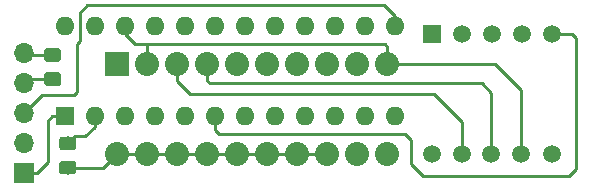
<source format=gbl>
G04 #@! TF.GenerationSoftware,KiCad,Pcbnew,5.0.2+dfsg1-1*
G04 #@! TF.CreationDate,2019-11-26T12:37:51+03:00*
G04 #@! TF.ProjectId,disp,64697370-2e6b-4696-9361-645f70636258,rev?*
G04 #@! TF.SameCoordinates,Original*
G04 #@! TF.FileFunction,Copper,L2,Bot*
G04 #@! TF.FilePolarity,Positive*
%FSLAX46Y46*%
G04 Gerber Fmt 4.6, Leading zero omitted, Abs format (unit mm)*
G04 Created by KiCad (PCBNEW 5.0.2+dfsg1-1) date Вт 26 ноя 2019 12:37:51*
%MOMM*%
%LPD*%
G01*
G04 APERTURE LIST*
G04 #@! TA.AperFunction,ComponentPad*
%ADD10R,1.700000X1.700000*%
G04 #@! TD*
G04 #@! TA.AperFunction,ComponentPad*
%ADD11O,1.700000X1.700000*%
G04 #@! TD*
G04 #@! TA.AperFunction,ComponentPad*
%ADD12R,2.032000X2.032000*%
G04 #@! TD*
G04 #@! TA.AperFunction,ComponentPad*
%ADD13C,2.032000*%
G04 #@! TD*
G04 #@! TA.AperFunction,Conductor*
%ADD14C,0.100000*%
G04 #@! TD*
G04 #@! TA.AperFunction,SMDPad,CuDef*
%ADD15C,1.150000*%
G04 #@! TD*
G04 #@! TA.AperFunction,ComponentPad*
%ADD16R,1.600000X1.600000*%
G04 #@! TD*
G04 #@! TA.AperFunction,ComponentPad*
%ADD17O,1.600000X1.600000*%
G04 #@! TD*
G04 #@! TA.AperFunction,ComponentPad*
%ADD18R,1.500000X1.500000*%
G04 #@! TD*
G04 #@! TA.AperFunction,ComponentPad*
%ADD19C,1.500000*%
G04 #@! TD*
G04 #@! TA.AperFunction,Conductor*
%ADD20C,0.250000*%
G04 #@! TD*
G04 APERTURE END LIST*
D10*
G04 #@! TO.P,J1,1*
G04 #@! TO.N,Net-(J1-Pad1)*
X125476000Y-82296000D03*
D11*
G04 #@! TO.P,J1,2*
G04 #@! TO.N,Net-(J1-Pad2)*
X125476000Y-79756000D03*
G04 #@! TO.P,J1,3*
G04 #@! TO.N,Net-(J1-Pad3)*
X125476000Y-77216000D03*
G04 #@! TO.P,J1,4*
G04 #@! TO.N,Net-(C1-Pad1)*
X125476000Y-74676000D03*
G04 #@! TO.P,J1,5*
G04 #@! TO.N,Net-(C1-Pad2)*
X125476000Y-72136000D03*
G04 #@! TD*
D12*
G04 #@! TO.P,BAR1,1*
G04 #@! TO.N,Net-(BAR1-Pad1)*
X133350000Y-73025000D03*
D13*
G04 #@! TO.P,BAR1,2*
G04 #@! TO.N,Net-(BAR1-Pad10)*
X135890000Y-73025000D03*
G04 #@! TO.P,BAR1,3*
G04 #@! TO.N,Net-(BAR1-Pad3)*
X138430000Y-73025000D03*
G04 #@! TO.P,BAR1,4*
G04 #@! TO.N,Net-(BAR1-Pad4)*
X140970000Y-73025000D03*
G04 #@! TO.P,BAR1,13*
G04 #@! TO.N,Net-(BAR1-Pad13)*
X151130000Y-80645000D03*
G04 #@! TO.P,BAR1,14*
X148590000Y-80645000D03*
G04 #@! TO.P,BAR1,15*
X146050000Y-80645000D03*
G04 #@! TO.P,BAR1,16*
X143510000Y-80645000D03*
G04 #@! TO.P,BAR1,5*
G04 #@! TO.N,Net-(BAR1-Pad5)*
X143510000Y-73025000D03*
G04 #@! TO.P,BAR1,6*
G04 #@! TO.N,Net-(BAR1-Pad6)*
X146050000Y-73025000D03*
G04 #@! TO.P,BAR1,7*
G04 #@! TO.N,Net-(BAR1-Pad7)*
X148590000Y-73025000D03*
G04 #@! TO.P,BAR1,8*
G04 #@! TO.N,Net-(BAR1-Pad8)*
X151130000Y-73025000D03*
G04 #@! TO.P,BAR1,12*
G04 #@! TO.N,Net-(BAR1-Pad11)*
X153670000Y-80645000D03*
G04 #@! TO.P,BAR1,11*
X156210000Y-80645000D03*
G04 #@! TO.P,BAR1,10*
G04 #@! TO.N,Net-(BAR1-Pad10)*
X156210000Y-73025000D03*
G04 #@! TO.P,BAR1,9*
G04 #@! TO.N,Net-(BAR1-Pad1)*
X153670000Y-73025000D03*
G04 #@! TO.P,BAR1,17*
G04 #@! TO.N,Net-(BAR1-Pad13)*
X140970000Y-80645000D03*
G04 #@! TO.P,BAR1,18*
X138430000Y-80645000D03*
G04 #@! TO.P,BAR1,19*
X135890000Y-80645000D03*
G04 #@! TO.P,BAR1,20*
X133350000Y-80645000D03*
G04 #@! TD*
D14*
G04 #@! TO.N,Net-(C1-Pad1)*
G04 #@! TO.C,C1*
G36*
X128363505Y-73730204D02*
X128387773Y-73733804D01*
X128411572Y-73739765D01*
X128434671Y-73748030D01*
X128456850Y-73758520D01*
X128477893Y-73771132D01*
X128497599Y-73785747D01*
X128515777Y-73802223D01*
X128532253Y-73820401D01*
X128546868Y-73840107D01*
X128559480Y-73861150D01*
X128569970Y-73883329D01*
X128578235Y-73906428D01*
X128584196Y-73930227D01*
X128587796Y-73954495D01*
X128589000Y-73978999D01*
X128589000Y-74629001D01*
X128587796Y-74653505D01*
X128584196Y-74677773D01*
X128578235Y-74701572D01*
X128569970Y-74724671D01*
X128559480Y-74746850D01*
X128546868Y-74767893D01*
X128532253Y-74787599D01*
X128515777Y-74805777D01*
X128497599Y-74822253D01*
X128477893Y-74836868D01*
X128456850Y-74849480D01*
X128434671Y-74859970D01*
X128411572Y-74868235D01*
X128387773Y-74874196D01*
X128363505Y-74877796D01*
X128339001Y-74879000D01*
X127438999Y-74879000D01*
X127414495Y-74877796D01*
X127390227Y-74874196D01*
X127366428Y-74868235D01*
X127343329Y-74859970D01*
X127321150Y-74849480D01*
X127300107Y-74836868D01*
X127280401Y-74822253D01*
X127262223Y-74805777D01*
X127245747Y-74787599D01*
X127231132Y-74767893D01*
X127218520Y-74746850D01*
X127208030Y-74724671D01*
X127199765Y-74701572D01*
X127193804Y-74677773D01*
X127190204Y-74653505D01*
X127189000Y-74629001D01*
X127189000Y-73978999D01*
X127190204Y-73954495D01*
X127193804Y-73930227D01*
X127199765Y-73906428D01*
X127208030Y-73883329D01*
X127218520Y-73861150D01*
X127231132Y-73840107D01*
X127245747Y-73820401D01*
X127262223Y-73802223D01*
X127280401Y-73785747D01*
X127300107Y-73771132D01*
X127321150Y-73758520D01*
X127343329Y-73748030D01*
X127366428Y-73739765D01*
X127390227Y-73733804D01*
X127414495Y-73730204D01*
X127438999Y-73729000D01*
X128339001Y-73729000D01*
X128363505Y-73730204D01*
X128363505Y-73730204D01*
G37*
D15*
G04 #@! TD*
G04 #@! TO.P,C1,1*
G04 #@! TO.N,Net-(C1-Pad1)*
X127889000Y-74304000D03*
D14*
G04 #@! TO.N,Net-(C1-Pad2)*
G04 #@! TO.C,C1*
G36*
X128363505Y-71680204D02*
X128387773Y-71683804D01*
X128411572Y-71689765D01*
X128434671Y-71698030D01*
X128456850Y-71708520D01*
X128477893Y-71721132D01*
X128497599Y-71735747D01*
X128515777Y-71752223D01*
X128532253Y-71770401D01*
X128546868Y-71790107D01*
X128559480Y-71811150D01*
X128569970Y-71833329D01*
X128578235Y-71856428D01*
X128584196Y-71880227D01*
X128587796Y-71904495D01*
X128589000Y-71928999D01*
X128589000Y-72579001D01*
X128587796Y-72603505D01*
X128584196Y-72627773D01*
X128578235Y-72651572D01*
X128569970Y-72674671D01*
X128559480Y-72696850D01*
X128546868Y-72717893D01*
X128532253Y-72737599D01*
X128515777Y-72755777D01*
X128497599Y-72772253D01*
X128477893Y-72786868D01*
X128456850Y-72799480D01*
X128434671Y-72809970D01*
X128411572Y-72818235D01*
X128387773Y-72824196D01*
X128363505Y-72827796D01*
X128339001Y-72829000D01*
X127438999Y-72829000D01*
X127414495Y-72827796D01*
X127390227Y-72824196D01*
X127366428Y-72818235D01*
X127343329Y-72809970D01*
X127321150Y-72799480D01*
X127300107Y-72786868D01*
X127280401Y-72772253D01*
X127262223Y-72755777D01*
X127245747Y-72737599D01*
X127231132Y-72717893D01*
X127218520Y-72696850D01*
X127208030Y-72674671D01*
X127199765Y-72651572D01*
X127193804Y-72627773D01*
X127190204Y-72603505D01*
X127189000Y-72579001D01*
X127189000Y-71928999D01*
X127190204Y-71904495D01*
X127193804Y-71880227D01*
X127199765Y-71856428D01*
X127208030Y-71833329D01*
X127218520Y-71811150D01*
X127231132Y-71790107D01*
X127245747Y-71770401D01*
X127262223Y-71752223D01*
X127280401Y-71735747D01*
X127300107Y-71721132D01*
X127321150Y-71708520D01*
X127343329Y-71698030D01*
X127366428Y-71689765D01*
X127390227Y-71683804D01*
X127414495Y-71680204D01*
X127438999Y-71679000D01*
X128339001Y-71679000D01*
X128363505Y-71680204D01*
X128363505Y-71680204D01*
G37*
D15*
G04 #@! TD*
G04 #@! TO.P,C1,2*
G04 #@! TO.N,Net-(C1-Pad2)*
X127889000Y-72254000D03*
D14*
G04 #@! TO.N,Net-(R1-Pad2)*
G04 #@! TO.C,R1*
G36*
X129633505Y-79182204D02*
X129657773Y-79185804D01*
X129681572Y-79191765D01*
X129704671Y-79200030D01*
X129726850Y-79210520D01*
X129747893Y-79223132D01*
X129767599Y-79237747D01*
X129785777Y-79254223D01*
X129802253Y-79272401D01*
X129816868Y-79292107D01*
X129829480Y-79313150D01*
X129839970Y-79335329D01*
X129848235Y-79358428D01*
X129854196Y-79382227D01*
X129857796Y-79406495D01*
X129859000Y-79430999D01*
X129859000Y-80081001D01*
X129857796Y-80105505D01*
X129854196Y-80129773D01*
X129848235Y-80153572D01*
X129839970Y-80176671D01*
X129829480Y-80198850D01*
X129816868Y-80219893D01*
X129802253Y-80239599D01*
X129785777Y-80257777D01*
X129767599Y-80274253D01*
X129747893Y-80288868D01*
X129726850Y-80301480D01*
X129704671Y-80311970D01*
X129681572Y-80320235D01*
X129657773Y-80326196D01*
X129633505Y-80329796D01*
X129609001Y-80331000D01*
X128708999Y-80331000D01*
X128684495Y-80329796D01*
X128660227Y-80326196D01*
X128636428Y-80320235D01*
X128613329Y-80311970D01*
X128591150Y-80301480D01*
X128570107Y-80288868D01*
X128550401Y-80274253D01*
X128532223Y-80257777D01*
X128515747Y-80239599D01*
X128501132Y-80219893D01*
X128488520Y-80198850D01*
X128478030Y-80176671D01*
X128469765Y-80153572D01*
X128463804Y-80129773D01*
X128460204Y-80105505D01*
X128459000Y-80081001D01*
X128459000Y-79430999D01*
X128460204Y-79406495D01*
X128463804Y-79382227D01*
X128469765Y-79358428D01*
X128478030Y-79335329D01*
X128488520Y-79313150D01*
X128501132Y-79292107D01*
X128515747Y-79272401D01*
X128532223Y-79254223D01*
X128550401Y-79237747D01*
X128570107Y-79223132D01*
X128591150Y-79210520D01*
X128613329Y-79200030D01*
X128636428Y-79191765D01*
X128660227Y-79185804D01*
X128684495Y-79182204D01*
X128708999Y-79181000D01*
X129609001Y-79181000D01*
X129633505Y-79182204D01*
X129633505Y-79182204D01*
G37*
D15*
G04 #@! TD*
G04 #@! TO.P,R1,2*
G04 #@! TO.N,Net-(R1-Pad2)*
X129159000Y-79756000D03*
D14*
G04 #@! TO.N,Net-(BAR1-Pad13)*
G04 #@! TO.C,R1*
G36*
X129633505Y-81232204D02*
X129657773Y-81235804D01*
X129681572Y-81241765D01*
X129704671Y-81250030D01*
X129726850Y-81260520D01*
X129747893Y-81273132D01*
X129767599Y-81287747D01*
X129785777Y-81304223D01*
X129802253Y-81322401D01*
X129816868Y-81342107D01*
X129829480Y-81363150D01*
X129839970Y-81385329D01*
X129848235Y-81408428D01*
X129854196Y-81432227D01*
X129857796Y-81456495D01*
X129859000Y-81480999D01*
X129859000Y-82131001D01*
X129857796Y-82155505D01*
X129854196Y-82179773D01*
X129848235Y-82203572D01*
X129839970Y-82226671D01*
X129829480Y-82248850D01*
X129816868Y-82269893D01*
X129802253Y-82289599D01*
X129785777Y-82307777D01*
X129767599Y-82324253D01*
X129747893Y-82338868D01*
X129726850Y-82351480D01*
X129704671Y-82361970D01*
X129681572Y-82370235D01*
X129657773Y-82376196D01*
X129633505Y-82379796D01*
X129609001Y-82381000D01*
X128708999Y-82381000D01*
X128684495Y-82379796D01*
X128660227Y-82376196D01*
X128636428Y-82370235D01*
X128613329Y-82361970D01*
X128591150Y-82351480D01*
X128570107Y-82338868D01*
X128550401Y-82324253D01*
X128532223Y-82307777D01*
X128515747Y-82289599D01*
X128501132Y-82269893D01*
X128488520Y-82248850D01*
X128478030Y-82226671D01*
X128469765Y-82203572D01*
X128463804Y-82179773D01*
X128460204Y-82155505D01*
X128459000Y-82131001D01*
X128459000Y-81480999D01*
X128460204Y-81456495D01*
X128463804Y-81432227D01*
X128469765Y-81408428D01*
X128478030Y-81385329D01*
X128488520Y-81363150D01*
X128501132Y-81342107D01*
X128515747Y-81322401D01*
X128532223Y-81304223D01*
X128550401Y-81287747D01*
X128570107Y-81273132D01*
X128591150Y-81260520D01*
X128613329Y-81250030D01*
X128636428Y-81241765D01*
X128660227Y-81235804D01*
X128684495Y-81232204D01*
X128708999Y-81231000D01*
X129609001Y-81231000D01*
X129633505Y-81232204D01*
X129633505Y-81232204D01*
G37*
D15*
G04 #@! TD*
G04 #@! TO.P,R1,1*
G04 #@! TO.N,Net-(BAR1-Pad13)*
X129159000Y-81806000D03*
D16*
G04 #@! TO.P,U1,1*
G04 #@! TO.N,Net-(J1-Pad1)*
X128905000Y-77470000D03*
D17*
G04 #@! TO.P,U1,13*
G04 #@! TO.N,Net-(J1-Pad3)*
X156845000Y-69850000D03*
G04 #@! TO.P,U1,2*
G04 #@! TO.N,Net-(R1-Pad2)*
X131445000Y-77470000D03*
G04 #@! TO.P,U1,14*
G04 #@! TO.N,Net-(BAR1-Pad8)*
X154305000Y-69850000D03*
G04 #@! TO.P,U1,3*
G04 #@! TO.N,N/C*
X133985000Y-77470000D03*
G04 #@! TO.P,U1,15*
G04 #@! TO.N,Net-(BAR1-Pad7)*
X151765000Y-69850000D03*
G04 #@! TO.P,U1,4*
G04 #@! TO.N,Net-(C1-Pad1)*
X136525000Y-77470000D03*
G04 #@! TO.P,U1,16*
G04 #@! TO.N,Net-(BAR1-Pad6)*
X149225000Y-69850000D03*
G04 #@! TO.P,U1,5*
G04 #@! TO.N,N/C*
X139065000Y-77470000D03*
G04 #@! TO.P,U1,17*
G04 #@! TO.N,Net-(BAR1-Pad5)*
X146685000Y-69850000D03*
G04 #@! TO.P,U1,6*
G04 #@! TO.N,Net-(U1-Pad6)*
X141605000Y-77470000D03*
G04 #@! TO.P,U1,18*
G04 #@! TO.N,Net-(R2-Pad2)*
X144145000Y-69850000D03*
G04 #@! TO.P,U1,7*
G04 #@! TO.N,Net-(U1-Pad7)*
X144145000Y-77470000D03*
G04 #@! TO.P,U1,19*
G04 #@! TO.N,Net-(C1-Pad2)*
X141605000Y-69850000D03*
G04 #@! TO.P,U1,8*
G04 #@! TO.N,N/C*
X146685000Y-77470000D03*
G04 #@! TO.P,U1,20*
G04 #@! TO.N,Net-(BAR1-Pad4)*
X139065000Y-69850000D03*
G04 #@! TO.P,U1,9*
G04 #@! TO.N,Net-(C1-Pad1)*
X149225000Y-77470000D03*
G04 #@! TO.P,U1,21*
G04 #@! TO.N,Net-(BAR1-Pad3)*
X136525000Y-69850000D03*
G04 #@! TO.P,U1,10*
G04 #@! TO.N,N/C*
X151765000Y-77470000D03*
G04 #@! TO.P,U1,22*
G04 #@! TO.N,Net-(BAR1-Pad10)*
X133985000Y-69850000D03*
G04 #@! TO.P,U1,11*
G04 #@! TO.N,Net-(BAR1-Pad11)*
X154305000Y-77470000D03*
G04 #@! TO.P,U1,23*
G04 #@! TO.N,Net-(BAR1-Pad1)*
X131445000Y-69850000D03*
G04 #@! TO.P,U1,12*
G04 #@! TO.N,Net-(J1-Pad2)*
X156845000Y-77470000D03*
G04 #@! TO.P,U1,24*
G04 #@! TO.N,N/C*
X128905000Y-69850000D03*
G04 #@! TD*
D18*
G04 #@! TO.P,U2,1*
G04 #@! TO.N,Net-(BAR1-Pad7)*
X160020000Y-70485000D03*
D19*
G04 #@! TO.P,U2,2*
G04 #@! TO.N,Net-(BAR1-Pad6)*
X162560000Y-70485000D03*
G04 #@! TO.P,U2,3*
G04 #@! TO.N,Net-(BAR1-Pad5)*
X165100000Y-70485000D03*
G04 #@! TO.P,U2,4*
G04 #@! TO.N,Net-(BAR1-Pad8)*
X167640000Y-70485000D03*
G04 #@! TO.P,U2,5*
G04 #@! TO.N,Net-(U1-Pad6)*
X170180000Y-70485000D03*
G04 #@! TO.P,U2,6*
G04 #@! TO.N,Net-(BAR1-Pad1)*
X170180000Y-80645000D03*
G04 #@! TO.P,U2,7*
G04 #@! TO.N,Net-(BAR1-Pad10)*
X167520000Y-80645000D03*
G04 #@! TO.P,U2,8*
G04 #@! TO.N,Net-(BAR1-Pad4)*
X165020000Y-80645000D03*
G04 #@! TO.P,U2,9*
G04 #@! TO.N,Net-(BAR1-Pad3)*
X162520000Y-80645000D03*
G04 #@! TO.P,U2,10*
G04 #@! TO.N,Net-(U1-Pad7)*
X160020000Y-80645000D03*
G04 #@! TD*
D20*
G04 #@! TO.N,Net-(BAR1-Pad10)*
X133985000Y-69850000D02*
X133985000Y-70485000D01*
X134874000Y-71374000D02*
X135128000Y-71374000D01*
X133985000Y-70485000D02*
X134874000Y-71374000D01*
X135890000Y-71588160D02*
X135890000Y-71374000D01*
X135128000Y-71374000D02*
X135890000Y-71374000D01*
X135890000Y-73025000D02*
X135890000Y-71588160D01*
X156210000Y-71588160D02*
X156210000Y-73025000D01*
X155995840Y-71374000D02*
X156210000Y-71588160D01*
X135890000Y-71374000D02*
X155995840Y-71374000D01*
X167520000Y-80645000D02*
X167520000Y-75191000D01*
X165354000Y-73025000D02*
X156210000Y-73025000D01*
X167520000Y-75191000D02*
X165354000Y-73025000D01*
G04 #@! TO.N,Net-(BAR1-Pad3)*
X162520000Y-77938000D02*
X162520000Y-80645000D01*
X160147000Y-75565000D02*
X162520000Y-77938000D01*
X139533160Y-75565000D02*
X139700000Y-75565000D01*
X138430000Y-73025000D02*
X138430000Y-74461840D01*
X138430000Y-74461840D02*
X139533160Y-75565000D01*
X139700000Y-75565000D02*
X160147000Y-75565000D01*
G04 #@! TO.N,Net-(BAR1-Pad4)*
X165020000Y-75485000D02*
X165020000Y-80645000D01*
X164211000Y-74676000D02*
X165020000Y-75485000D01*
X141184160Y-74676000D02*
X141224000Y-74676000D01*
X140970000Y-74461840D02*
X141184160Y-74676000D01*
X140970000Y-73025000D02*
X140970000Y-74461840D01*
X141224000Y-74676000D02*
X164211000Y-74676000D01*
G04 #@! TO.N,Net-(BAR1-Pad13)*
X132189000Y-81806000D02*
X133350000Y-80645000D01*
X129159000Y-81806000D02*
X132189000Y-81806000D01*
X134786840Y-80645000D02*
X135890000Y-80645000D01*
X133350000Y-80645000D02*
X134786840Y-80645000D01*
X137326840Y-80645000D02*
X138430000Y-80645000D01*
X135890000Y-80645000D02*
X137326840Y-80645000D01*
X138430000Y-80645000D02*
X140970000Y-80645000D01*
X142406840Y-80645000D02*
X143510000Y-80645000D01*
X140970000Y-80645000D02*
X142406840Y-80645000D01*
X144946840Y-80645000D02*
X146050000Y-80645000D01*
X143510000Y-80645000D02*
X144946840Y-80645000D01*
X146050000Y-80645000D02*
X148590000Y-80645000D01*
X150026840Y-80645000D02*
X151130000Y-80645000D01*
X148590000Y-80645000D02*
X150026840Y-80645000D01*
G04 #@! TO.N,Net-(C1-Pad2)*
X125594000Y-72254000D02*
X125476000Y-72136000D01*
X127889000Y-72254000D02*
X125594000Y-72254000D01*
G04 #@! TO.N,Net-(J1-Pad1)*
X127855000Y-77470000D02*
X128905000Y-77470000D01*
X127508000Y-77817000D02*
X127855000Y-77470000D01*
X127508000Y-81364000D02*
X127508000Y-77817000D01*
X126576000Y-82296000D02*
X127508000Y-81364000D01*
X125476000Y-82296000D02*
X126576000Y-82296000D01*
G04 #@! TO.N,Net-(J1-Pad3)*
X156845000Y-68961000D02*
X156845000Y-69850000D01*
X155956000Y-68072000D02*
X156845000Y-68961000D01*
X125476000Y-77216000D02*
X127000000Y-75692000D01*
X127000000Y-75692000D02*
X129667000Y-75692000D01*
X129667000Y-75692000D02*
X129921000Y-75438000D01*
X129921000Y-75438000D02*
X129921000Y-71374000D01*
X129921000Y-71374000D02*
X130175000Y-71120000D01*
X130175000Y-68707000D02*
X130810000Y-68072000D01*
X130175000Y-71120000D02*
X130175000Y-68707000D01*
X130810000Y-68072000D02*
X155956000Y-68072000D01*
G04 #@! TO.N,Net-(U1-Pad6)*
X171831000Y-70485000D02*
X170180000Y-70485000D01*
X172212000Y-81915000D02*
X172212000Y-70866000D01*
X171577000Y-82550000D02*
X172212000Y-81915000D01*
X159258000Y-82550000D02*
X171577000Y-82550000D01*
X141605000Y-78601370D02*
X141997630Y-78994000D01*
X172212000Y-70866000D02*
X171831000Y-70485000D01*
X141605000Y-77470000D02*
X141605000Y-78601370D01*
X141997630Y-78994000D02*
X157734000Y-78994000D01*
X158242000Y-81534000D02*
X159258000Y-82550000D01*
X157734000Y-78994000D02*
X158242000Y-79502000D01*
X158242000Y-79502000D02*
X158242000Y-81534000D01*
G04 #@! TO.N,Net-(C1-Pad1)*
X125848000Y-74304000D02*
X125476000Y-74676000D01*
X127889000Y-74304000D02*
X125848000Y-74304000D01*
G04 #@! TO.N,Net-(R1-Pad2)*
X129782372Y-79132628D02*
X129159000Y-79756000D01*
X130671372Y-79132628D02*
X129782372Y-79132628D01*
X131445000Y-77470000D02*
X131445000Y-78359000D01*
X131445000Y-78359000D02*
X130671372Y-79132628D01*
G04 #@! TD*
M02*

</source>
